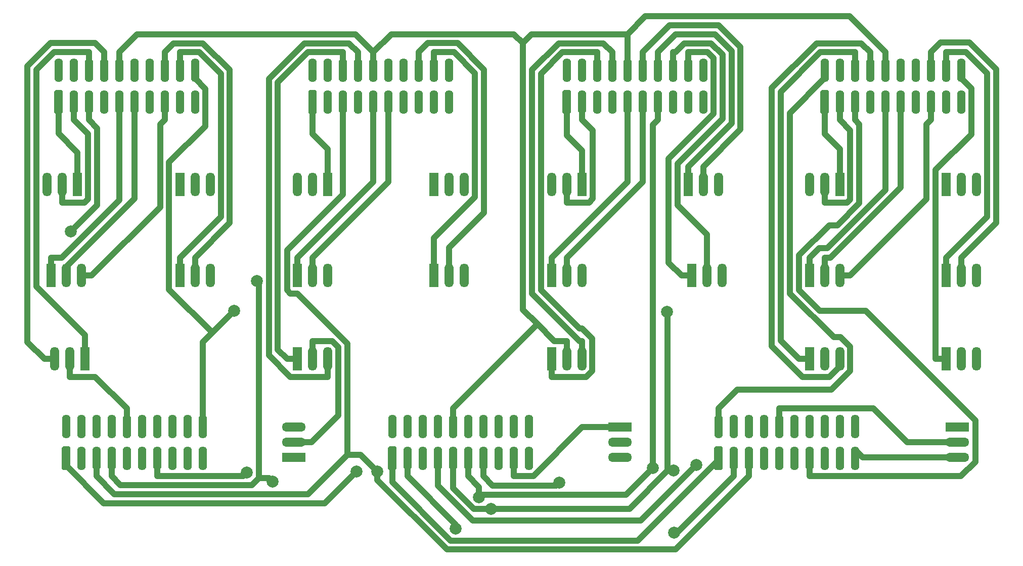
<source format=gbr>
%TF.GenerationSoftware,KiCad,Pcbnew,(5.1.9-0-10_14)*%
%TF.CreationDate,2021-05-08T09:43:59-07:00*%
%TF.ProjectId,io-board-mixed,696f2d62-6f61-4726-942d-6d697865642e,rev?*%
%TF.SameCoordinates,PX3072580PY791ddc0*%
%TF.FileFunction,Copper,L2,Bot*%
%TF.FilePolarity,Positive*%
%FSLAX46Y46*%
G04 Gerber Fmt 4.6, Leading zero omitted, Abs format (unit mm)*
G04 Created by KiCad (PCBNEW (5.1.9-0-10_14)) date 2021-05-08 09:43:59*
%MOMM*%
%LPD*%
G01*
G04 APERTURE LIST*
%TA.AperFunction,ComponentPad*%
%ADD10O,1.500000X4.000000*%
%TD*%
%TA.AperFunction,ComponentPad*%
%ADD11R,1.500000X4.000000*%
%TD*%
%TA.AperFunction,ComponentPad*%
%ADD12O,4.000000X1.500000*%
%TD*%
%TA.AperFunction,ComponentPad*%
%ADD13R,4.000000X1.500000*%
%TD*%
%TA.AperFunction,ComponentPad*%
%ADD14O,1.400000X4.000000*%
%TD*%
%TA.AperFunction,ViaPad*%
%ADD15C,2.000000*%
%TD*%
%TA.AperFunction,Conductor*%
%ADD16C,1.000000*%
%TD*%
G04 APERTURE END LIST*
D10*
%TO.P,J19,3*%
%TO.N,/CH_C_R_IN*%
X100965000Y43180000D03*
%TO.P,J19,2*%
%TO.N,GND*%
X98425000Y43180000D03*
D11*
%TO.P,J19,1*%
%TO.N,/CH_C_L_IN*%
X95885000Y43180000D03*
%TD*%
D12*
%TO.P,J17,3*%
%TO.N,/BUS_B_R_OUT*%
X163830000Y26670000D03*
%TO.P,J17,2*%
%TO.N,GND*%
X163830000Y29210000D03*
D13*
%TO.P,J17,1*%
%TO.N,/BUS_B_L_OUT*%
X163830000Y31750000D03*
%TD*%
D14*
%TO.P,J18,20*%
%TO.N,/-_15V*%
X146685000Y31880000D03*
%TO.P,J18,18*%
%TO.N,Net-(J18-Pad18)*%
X144145000Y31880000D03*
%TO.P,J18,16*%
%TO.N,Net-(J18-Pad16)*%
X141605000Y31880000D03*
%TO.P,J18,14*%
%TO.N,Net-(J18-Pad14)*%
X139065000Y31880000D03*
%TO.P,J18,12*%
%TO.N,Net-(J18-Pad12)*%
X136525000Y31880000D03*
%TO.P,J18,10*%
%TO.N,GND*%
X133985000Y31880000D03*
%TO.P,J18,8*%
%TO.N,Net-(J18-Pad8)*%
X131445000Y31880000D03*
%TO.P,J18,6*%
%TO.N,Net-(J18-Pad6)*%
X128905000Y31880000D03*
%TO.P,J18,4*%
%TO.N,Net-(J18-Pad4)*%
X126365000Y31880000D03*
%TO.P,J18,2*%
%TO.N,/+_15V*%
X123825000Y31880000D03*
%TO.P,J18,19*%
%TO.N,/BUS_B_R_OUT*%
X146685000Y26540000D03*
%TO.P,J18,17*%
%TO.N,/BUS_B_L_OUT*%
X144145000Y26540000D03*
%TO.P,J18,15*%
%TO.N,/CH_D_R_OUT*%
X141605000Y26540000D03*
%TO.P,J18,13*%
%TO.N,/CH_D_L_OUT*%
X139065000Y26540000D03*
%TO.P,J18,11*%
%TO.N,/CH_C_R_OUT*%
X136525000Y26540000D03*
%TO.P,J18,9*%
%TO.N,/CH_C_L_OUT*%
X133985000Y26540000D03*
%TO.P,J18,7*%
%TO.N,/CH_B_R_OUT*%
X131445000Y26540000D03*
%TO.P,J18,5*%
%TO.N,/CH_B_L_OUT*%
X128905000Y26540000D03*
%TO.P,J18,3*%
%TO.N,/CH_A_R_OUT*%
X126365000Y26540000D03*
%TO.P,J18,1*%
%TO.N,/CH_A_L_OUT*%
%TA.AperFunction,ComponentPad*%
G36*
G01*
X124319200Y24540000D02*
X123330800Y24540000D01*
G75*
G02*
X123125000Y24745800I0J205800D01*
G01*
X123125000Y28334200D01*
G75*
G02*
X123330800Y28540000I205800J0D01*
G01*
X124319200Y28540000D01*
G75*
G02*
X124525000Y28334200I0J-205800D01*
G01*
X124525000Y24745800D01*
G75*
G02*
X124319200Y24540000I-205800J0D01*
G01*
G37*
%TD.AperFunction*%
%TD*%
D10*
%TO.P,J15,3*%
%TO.N,/CH_B_R_LEVEL_TERM_B*%
X58420000Y57150000D03*
%TO.P,J15,2*%
%TO.N,/CH_B_R_LEVEL_WIPER*%
X55880000Y57150000D03*
D11*
%TO.P,J15,1*%
%TO.N,/CH_B_R_LEVEL_TERM_A*%
X53340000Y57150000D03*
%TD*%
D10*
%TO.P,J13,3*%
%TO.N,Net-(J13-Pad3)*%
X81280000Y57150000D03*
%TO.P,J13,2*%
%TO.N,/CH_B_R_GAIN_WIPER*%
X78740000Y57150000D03*
D11*
%TO.P,J13,1*%
%TO.N,/CH_B_R_GAIN_TERM_A*%
X76200000Y57150000D03*
%TD*%
D10*
%TO.P,J14,3*%
%TO.N,/CH_B_LEVEL_TERM_B*%
X53340000Y72390000D03*
%TO.P,J14,2*%
%TO.N,/CH_B_L_LEVEL_WIPER*%
X55880000Y72390000D03*
D11*
%TO.P,J14,1*%
%TO.N,/CH_B_L_LEVEL_TERM_A*%
X58420000Y72390000D03*
%TD*%
D10*
%TO.P,J12,3*%
%TO.N,Net-(J12-Pad3)*%
X81280000Y72390000D03*
%TO.P,J12,2*%
%TO.N,/CH_B_L_GAIN_WIPER*%
X78740000Y72390000D03*
D11*
%TO.P,J12,1*%
%TO.N,/CH_B_L_GAIN_TERM_A*%
X76200000Y72390000D03*
%TD*%
D10*
%TO.P,J11,3*%
%TO.N,/CH_B_R_IN*%
X58420000Y43180000D03*
%TO.P,J11,2*%
%TO.N,GND*%
X55880000Y43180000D03*
D11*
%TO.P,J11,1*%
%TO.N,/CH_B_L_IN*%
X53340000Y43180000D03*
%TD*%
D12*
%TO.P,J9,3*%
%TO.N,/BUS_A_R_OUT*%
X107315000Y26670000D03*
%TO.P,J9,2*%
%TO.N,GND*%
X107315000Y29210000D03*
D13*
%TO.P,J9,1*%
%TO.N,/BUS_A_L_OUT*%
X107315000Y31750000D03*
%TD*%
D14*
%TO.P,J10,20*%
%TO.N,/-_15V*%
X92075000Y31880000D03*
%TO.P,J10,18*%
%TO.N,Net-(J10-Pad18)*%
X89535000Y31880000D03*
%TO.P,J10,16*%
%TO.N,Net-(J10-Pad16)*%
X86995000Y31880000D03*
%TO.P,J10,14*%
%TO.N,Net-(J10-Pad14)*%
X84455000Y31880000D03*
%TO.P,J10,12*%
%TO.N,Net-(J10-Pad12)*%
X81915000Y31880000D03*
%TO.P,J10,10*%
%TO.N,GND*%
X79375000Y31880000D03*
%TO.P,J10,8*%
%TO.N,Net-(J10-Pad8)*%
X76835000Y31880000D03*
%TO.P,J10,6*%
%TO.N,Net-(J10-Pad6)*%
X74295000Y31880000D03*
%TO.P,J10,4*%
%TO.N,Net-(J10-Pad4)*%
X71755000Y31880000D03*
%TO.P,J10,2*%
%TO.N,/+_15V*%
X69215000Y31880000D03*
%TO.P,J10,19*%
%TO.N,/BUS_A_R_OUT*%
X92075000Y26540000D03*
%TO.P,J10,17*%
%TO.N,/BUS_A_L_OUT*%
X89535000Y26540000D03*
%TO.P,J10,15*%
%TO.N,/CH_D_R_OUT*%
X86995000Y26540000D03*
%TO.P,J10,13*%
%TO.N,/CH_D_L_OUT*%
X84455000Y26540000D03*
%TO.P,J10,11*%
%TO.N,/CH_C_R_OUT*%
X81915000Y26540000D03*
%TO.P,J10,9*%
%TO.N,/CH_C_L_OUT*%
X79375000Y26540000D03*
%TO.P,J10,7*%
%TO.N,/CH_B_R_OUT*%
X76835000Y26540000D03*
%TO.P,J10,5*%
%TO.N,/CH_B_L_OUT*%
X74295000Y26540000D03*
%TO.P,J10,3*%
%TO.N,/CH_A_R_OUT*%
X71755000Y26540000D03*
%TO.P,J10,1*%
%TO.N,/CH_A_L_OUT*%
%TA.AperFunction,ComponentPad*%
G36*
G01*
X69709200Y24540000D02*
X68720800Y24540000D01*
G75*
G02*
X68515000Y24745800I0J205800D01*
G01*
X68515000Y28334200D01*
G75*
G02*
X68720800Y28540000I205800J0D01*
G01*
X69709200Y28540000D01*
G75*
G02*
X69915000Y28334200I0J-205800D01*
G01*
X69915000Y24745800D01*
G75*
G02*
X69709200Y24540000I-205800J0D01*
G01*
G37*
%TD.AperFunction*%
%TD*%
D10*
%TO.P,J7,3*%
%TO.N,/CH_A_R_LEVEL_TERM_B*%
X17145000Y57150000D03*
%TO.P,J7,2*%
%TO.N,/CH_A_R_LEVEL_WIPER*%
X14605000Y57150000D03*
D11*
%TO.P,J7,1*%
%TO.N,/CH_A_R_LEVEL_TERM_A*%
X12065000Y57150000D03*
%TD*%
D10*
%TO.P,J6,3*%
%TO.N,/CH_A_LEVEL_TERM_B*%
X11430000Y72390000D03*
%TO.P,J6,2*%
%TO.N,/CH_A_L_LEVEL_WIPER*%
X13970000Y72390000D03*
D11*
%TO.P,J6,1*%
%TO.N,/CH_A_L_LEVEL_TERM_A*%
X16510000Y72390000D03*
%TD*%
D10*
%TO.P,J5,3*%
%TO.N,Net-(J5-Pad3)*%
X38735000Y57150000D03*
%TO.P,J5,2*%
%TO.N,/CH_A_R_GAIN_WIPER*%
X36195000Y57150000D03*
D11*
%TO.P,J5,1*%
%TO.N,/CH_A_R_GAIN_TERM_A*%
X33655000Y57150000D03*
%TD*%
D10*
%TO.P,J4,3*%
%TO.N,Net-(J4-Pad3)*%
X38735000Y72390000D03*
%TO.P,J4,2*%
%TO.N,/CH_A_L_GAIN_WIPER*%
X36195000Y72390000D03*
D11*
%TO.P,J4,1*%
%TO.N,/CH_A_L_GAIN_TERM_A*%
X33655000Y72390000D03*
%TD*%
D10*
%TO.P,J3,3*%
%TO.N,/CH_A_R_IN*%
X12700000Y43180000D03*
%TO.P,J3,2*%
%TO.N,GND*%
X15240000Y43180000D03*
D11*
%TO.P,J3,1*%
%TO.N,/CH_A_L_IN*%
X17780000Y43180000D03*
%TD*%
D14*
%TO.P,J2,20*%
%TO.N,/-_15V*%
X37465000Y31880000D03*
%TO.P,J2,18*%
%TO.N,Net-(J2-Pad18)*%
X34925000Y31880000D03*
%TO.P,J2,16*%
%TO.N,Net-(J2-Pad16)*%
X32385000Y31880000D03*
%TO.P,J2,14*%
%TO.N,Net-(J2-Pad14)*%
X29845000Y31880000D03*
%TO.P,J2,12*%
%TO.N,Net-(J2-Pad12)*%
X27305000Y31880000D03*
%TO.P,J2,10*%
%TO.N,GND*%
X24765000Y31880000D03*
%TO.P,J2,8*%
%TO.N,Net-(J2-Pad8)*%
X22225000Y31880000D03*
%TO.P,J2,6*%
%TO.N,Net-(J2-Pad6)*%
X19685000Y31880000D03*
%TO.P,J2,4*%
%TO.N,Net-(J2-Pad4)*%
X17145000Y31880000D03*
%TO.P,J2,2*%
%TO.N,/+_15V*%
X14605000Y31880000D03*
%TO.P,J2,19*%
%TO.N,/ST_R_OUT*%
X37465000Y26540000D03*
%TO.P,J2,17*%
%TO.N,/ST_L_OUT*%
X34925000Y26540000D03*
%TO.P,J2,15*%
%TO.N,/CH_D_R_OUT*%
X32385000Y26540000D03*
%TO.P,J2,13*%
%TO.N,/CH_D_L_OUT*%
X29845000Y26540000D03*
%TO.P,J2,11*%
%TO.N,/CH_C_R_OUT*%
X27305000Y26540000D03*
%TO.P,J2,9*%
%TO.N,/CH_C_L_OUT*%
X24765000Y26540000D03*
%TO.P,J2,7*%
%TO.N,/CH_B_R_OUT*%
X22225000Y26540000D03*
%TO.P,J2,5*%
%TO.N,/CH_B_L_OUT*%
X19685000Y26540000D03*
%TO.P,J2,3*%
%TO.N,/CH_A_R_OUT*%
X17145000Y26540000D03*
%TO.P,J2,1*%
%TO.N,/CH_A_L_OUT*%
%TA.AperFunction,ComponentPad*%
G36*
G01*
X15099200Y24540000D02*
X14110800Y24540000D01*
G75*
G02*
X13905000Y24745800I0J205800D01*
G01*
X13905000Y28334200D01*
G75*
G02*
X14110800Y28540000I205800J0D01*
G01*
X15099200Y28540000D01*
G75*
G02*
X15305000Y28334200I0J-205800D01*
G01*
X15305000Y24745800D01*
G75*
G02*
X15099200Y24540000I-205800J0D01*
G01*
G37*
%TD.AperFunction*%
%TD*%
%TO.P,J16,20*%
%TO.N,/-_15V*%
X78740000Y91570000D03*
%TO.P,J16,18*%
%TO.N,/CH_B_R_GAIN_TERM_A*%
X76200000Y91570000D03*
%TO.P,J16,16*%
%TO.N,/CH_B_R_GAIN_WIPER*%
X73660000Y91570000D03*
%TO.P,J16,14*%
%TO.N,/CH_B_L_GAIN_TERM_A*%
X71120000Y91570000D03*
%TO.P,J16,12*%
%TO.N,/CH_B_L_GAIN_WIPER*%
X68580000Y91570000D03*
%TO.P,J16,10*%
%TO.N,GND*%
X66040000Y91570000D03*
%TO.P,J16,8*%
%TO.N,/CH_B_R_IN*%
X63500000Y91570000D03*
%TO.P,J16,6*%
%TO.N,/CH_B_L_IN*%
X60960000Y91570000D03*
%TO.P,J16,4*%
%TO.N,Net-(J16-Pad4)*%
X58420000Y91570000D03*
%TO.P,J16,2*%
%TO.N,/+_15V*%
X55880000Y91570000D03*
%TO.P,J16,19*%
%TO.N,Net-(J16-Pad19)*%
X78740000Y86230000D03*
%TO.P,J16,17*%
%TO.N,Net-(J16-Pad17)*%
X76200000Y86230000D03*
%TO.P,J16,15*%
%TO.N,/CH_B_R_LEVEL_TERM_B*%
X73660000Y86230000D03*
%TO.P,J16,13*%
%TO.N,/CH_B_R_OUT*%
X71120000Y86230000D03*
%TO.P,J16,11*%
%TO.N,/CH_B_R_LEVEL_WIPER*%
X68580000Y86230000D03*
%TO.P,J16,9*%
%TO.N,/CH_B_R_LEVEL_TERM_A*%
X66040000Y86230000D03*
%TO.P,J16,7*%
%TO.N,/CH_B_LEVEL_TERM_B*%
X63500000Y86230000D03*
%TO.P,J16,5*%
%TO.N,/CH_B_L_OUT*%
X60960000Y86230000D03*
%TO.P,J16,3*%
%TO.N,/CH_B_L_LEVEL_WIPER*%
X58420000Y86230000D03*
%TO.P,J16,1*%
%TO.N,/CH_B_L_LEVEL_TERM_A*%
%TA.AperFunction,ComponentPad*%
G36*
G01*
X56374200Y84230000D02*
X55385800Y84230000D01*
G75*
G02*
X55180000Y84435800I0J205800D01*
G01*
X55180000Y88024200D01*
G75*
G02*
X55385800Y88230000I205800J0D01*
G01*
X56374200Y88230000D01*
G75*
G02*
X56580000Y88024200I0J-205800D01*
G01*
X56580000Y84435800D01*
G75*
G02*
X56374200Y84230000I-205800J0D01*
G01*
G37*
%TD.AperFunction*%
%TD*%
%TO.P,Jr,20*%
%TO.N,/-_15V*%
X36195000Y91570000D03*
%TO.P,Jr,18*%
%TO.N,/CH_A_R_GAIN_TERM_A*%
X33655000Y91570000D03*
%TO.P,Jr,16*%
%TO.N,/CH_A_R_GAIN_WIPER*%
X31115000Y91570000D03*
%TO.P,Jr,14*%
%TO.N,/CH_A_L_GAIN_TERM_A*%
X28575000Y91570000D03*
%TO.P,Jr,12*%
%TO.N,/CH_A_L_GAIN_WIPER*%
X26035000Y91570000D03*
%TO.P,Jr,10*%
%TO.N,GND*%
X23495000Y91570000D03*
%TO.P,Jr,8*%
%TO.N,/CH_A_R_IN*%
X20955000Y91570000D03*
%TO.P,Jr,6*%
%TO.N,/CH_A_L_IN*%
X18415000Y91570000D03*
%TO.P,Jr,4*%
%TO.N,Net-(J8-Pad4)*%
X15875000Y91570000D03*
%TO.P,Jr,2*%
%TO.N,/+_15V*%
X13335000Y91570000D03*
%TO.P,Jr,19*%
%TO.N,Net-(J8-Pad19)*%
X36195000Y86230000D03*
%TO.P,Jr,17*%
%TO.N,Net-(J8-Pad17)*%
X33655000Y86230000D03*
%TO.P,Jr,15*%
%TO.N,/CH_A_R_LEVEL_TERM_B*%
X31115000Y86230000D03*
%TO.P,Jr,13*%
%TO.N,/CH_A_R_OUT*%
X28575000Y86230000D03*
%TO.P,Jr,11*%
%TO.N,/CH_A_R_LEVEL_WIPER*%
X26035000Y86230000D03*
%TO.P,Jr,9*%
%TO.N,/CH_A_R_LEVEL_TERM_A*%
X23495000Y86230000D03*
%TO.P,Jr,7*%
%TO.N,/CH_A_LEVEL_TERM_B*%
X20955000Y86230000D03*
%TO.P,Jr,5*%
%TO.N,/CH_A_L_OUT*%
X18415000Y86230000D03*
%TO.P,Jr,3*%
%TO.N,/CH_A_L_LEVEL_WIPER*%
X15875000Y86230000D03*
%TO.P,Jr,1*%
%TO.N,/CH_A_L_LEVEL_TERM_A*%
%TA.AperFunction,ComponentPad*%
G36*
G01*
X13829200Y84230000D02*
X12840800Y84230000D01*
G75*
G02*
X12635000Y84435800I0J205800D01*
G01*
X12635000Y88024200D01*
G75*
G02*
X12840800Y88230000I205800J0D01*
G01*
X13829200Y88230000D01*
G75*
G02*
X14035000Y88024200I0J-205800D01*
G01*
X14035000Y84435800D01*
G75*
G02*
X13829200Y84230000I-205800J0D01*
G01*
G37*
%TD.AperFunction*%
%TD*%
D12*
%TO.P,J1,3*%
%TO.N,/ST_R_OUT*%
X52705000Y31750000D03*
%TO.P,J1,2*%
%TO.N,GND*%
X52705000Y29210000D03*
D13*
%TO.P,J1,1*%
%TO.N,/ST_L_OUT*%
X52705000Y26670000D03*
%TD*%
D10*
%TO.P,J20,3*%
%TO.N,Net-(J20-Pad3)*%
X123825000Y72390000D03*
%TO.P,J20,2*%
%TO.N,/CH_C_L_GAIN_WIPER*%
X121285000Y72390000D03*
D11*
%TO.P,J20,1*%
%TO.N,/CH_C_L_GAIN_TERM_A*%
X118745000Y72390000D03*
%TD*%
D10*
%TO.P,J21,3*%
%TO.N,Net-(J21-Pad3)*%
X124460000Y57150000D03*
%TO.P,J21,2*%
%TO.N,/CH_C_R_GAIN_WIPER*%
X121920000Y57150000D03*
D11*
%TO.P,J21,1*%
%TO.N,/CH_C_R_GAIN_TERM_A*%
X119380000Y57150000D03*
%TD*%
D10*
%TO.P,J22,3*%
%TO.N,/CH_C_LEVEL_TERM_B*%
X95885000Y72390000D03*
%TO.P,J22,2*%
%TO.N,/CH_C_L_LEVEL_WIPER*%
X98425000Y72390000D03*
D11*
%TO.P,J22,1*%
%TO.N,/CH_C_L_LEVEL_TERM_A*%
X100965000Y72390000D03*
%TD*%
D10*
%TO.P,J23,3*%
%TO.N,/CH_C_R_LEVEL_TERM_B*%
X100965000Y57150000D03*
%TO.P,J23,2*%
%TO.N,/CH_C_R_LEVEL_WIPER*%
X98425000Y57150000D03*
D11*
%TO.P,J23,1*%
%TO.N,/CH_C_R_LEVEL_TERM_A*%
X95885000Y57150000D03*
%TD*%
D14*
%TO.P,J24,20*%
%TO.N,/-_15V*%
X121285000Y91570000D03*
%TO.P,J24,18*%
%TO.N,/CH_C_R_GAIN_TERM_A*%
X118745000Y91570000D03*
%TO.P,J24,16*%
%TO.N,/CH_C_R_GAIN_WIPER*%
X116205000Y91570000D03*
%TO.P,J24,14*%
%TO.N,/CH_C_L_GAIN_TERM_A*%
X113665000Y91570000D03*
%TO.P,J24,12*%
%TO.N,/CH_C_L_GAIN_WIPER*%
X111125000Y91570000D03*
%TO.P,J24,10*%
%TO.N,GND*%
X108585000Y91570000D03*
%TO.P,J24,8*%
%TO.N,/CH_C_R_IN*%
X106045000Y91570000D03*
%TO.P,J24,6*%
%TO.N,/CH_C_L_IN*%
X103505000Y91570000D03*
%TO.P,J24,4*%
%TO.N,Net-(J24-Pad4)*%
X100965000Y91570000D03*
%TO.P,J24,2*%
%TO.N,/+_15V*%
X98425000Y91570000D03*
%TO.P,J24,19*%
%TO.N,Net-(J24-Pad19)*%
X121285000Y86230000D03*
%TO.P,J24,17*%
%TO.N,Net-(J24-Pad17)*%
X118745000Y86230000D03*
%TO.P,J24,15*%
%TO.N,/CH_C_R_LEVEL_TERM_B*%
X116205000Y86230000D03*
%TO.P,J24,13*%
%TO.N,/CH_C_R_OUT*%
X113665000Y86230000D03*
%TO.P,J24,11*%
%TO.N,/CH_C_R_LEVEL_WIPER*%
X111125000Y86230000D03*
%TO.P,J24,9*%
%TO.N,/CH_C_R_LEVEL_TERM_A*%
X108585000Y86230000D03*
%TO.P,J24,7*%
%TO.N,/CH_C_LEVEL_TERM_B*%
X106045000Y86230000D03*
%TO.P,J24,5*%
%TO.N,/CH_C_L_OUT*%
X103505000Y86230000D03*
%TO.P,J24,3*%
%TO.N,/CH_C_L_LEVEL_WIPER*%
X100965000Y86230000D03*
%TO.P,J24,1*%
%TO.N,/CH_C_L_LEVEL_TERM_A*%
%TA.AperFunction,ComponentPad*%
G36*
G01*
X98919200Y84230000D02*
X97930800Y84230000D01*
G75*
G02*
X97725000Y84435800I0J205800D01*
G01*
X97725000Y88024200D01*
G75*
G02*
X97930800Y88230000I205800J0D01*
G01*
X98919200Y88230000D01*
G75*
G02*
X99125000Y88024200I0J-205800D01*
G01*
X99125000Y84435800D01*
G75*
G02*
X98919200Y84230000I-205800J0D01*
G01*
G37*
%TD.AperFunction*%
%TD*%
D10*
%TO.P,J25,3*%
%TO.N,/CH_D_R_IN*%
X144145000Y43180000D03*
%TO.P,J25,2*%
%TO.N,GND*%
X141605000Y43180000D03*
D11*
%TO.P,J25,1*%
%TO.N,/CH_D_L_IN*%
X139065000Y43180000D03*
%TD*%
D10*
%TO.P,J26,3*%
%TO.N,Net-(J26-Pad3)*%
X167005000Y72390000D03*
%TO.P,J26,2*%
%TO.N,/CH_D_L_GAIN_WIPER*%
X164465000Y72390000D03*
D11*
%TO.P,J26,1*%
%TO.N,/CH_D_L_GAIN_TERM_A*%
X161925000Y72390000D03*
%TD*%
D10*
%TO.P,J27,3*%
%TO.N,Net-(J27-Pad3)*%
X167005000Y57150000D03*
%TO.P,J27,2*%
%TO.N,/CH_D_R_GAIN_WIPER*%
X164465000Y57150000D03*
D11*
%TO.P,J27,1*%
%TO.N,/CH_D_R_GAIN_TERM_A*%
X161925000Y57150000D03*
%TD*%
D10*
%TO.P,J28,3*%
%TO.N,/CH_D_LEVEL_TERM_B*%
X139065000Y72390000D03*
%TO.P,J28,2*%
%TO.N,/CH_D_L_LEVEL_WIPER*%
X141605000Y72390000D03*
D11*
%TO.P,J28,1*%
%TO.N,/CH_D_L_LEVEL_TERM_A*%
X144145000Y72390000D03*
%TD*%
D10*
%TO.P,J29,3*%
%TO.N,/CH_D_R_LEVEL_TERM_B*%
X144145000Y57150000D03*
%TO.P,J29,2*%
%TO.N,/CH_D_R_LEVEL_WIPER*%
X141605000Y57150000D03*
D11*
%TO.P,J29,1*%
%TO.N,/CH_D_R_LEVEL_TERM_A*%
X139065000Y57150000D03*
%TD*%
D14*
%TO.P,J30,20*%
%TO.N,/-_15V*%
X164465000Y91570000D03*
%TO.P,J30,18*%
%TO.N,/CH_D_R_GAIN_TERM_A*%
X161925000Y91570000D03*
%TO.P,J30,16*%
%TO.N,/CH_D_R_GAIN_WIPER*%
X159385000Y91570000D03*
%TO.P,J30,14*%
%TO.N,/CH_D_L_GAIN_TERM_A*%
X156845000Y91570000D03*
%TO.P,J30,12*%
%TO.N,/CH_D_L_GAIN_WIPER*%
X154305000Y91570000D03*
%TO.P,J30,10*%
%TO.N,GND*%
X151765000Y91570000D03*
%TO.P,J30,8*%
%TO.N,/CH_D_R_IN*%
X149225000Y91570000D03*
%TO.P,J30,6*%
%TO.N,/CH_D_L_IN*%
X146685000Y91570000D03*
%TO.P,J30,4*%
%TO.N,Net-(J30-Pad4)*%
X144145000Y91570000D03*
%TO.P,J30,2*%
%TO.N,/+_15V*%
X141605000Y91570000D03*
%TO.P,J30,19*%
%TO.N,Net-(J30-Pad19)*%
X164465000Y86230000D03*
%TO.P,J30,17*%
%TO.N,Net-(J30-Pad17)*%
X161925000Y86230000D03*
%TO.P,J30,15*%
%TO.N,/CH_D_R_LEVEL_TERM_B*%
X159385000Y86230000D03*
%TO.P,J30,13*%
%TO.N,/CH_D_R_OUT*%
X156845000Y86230000D03*
%TO.P,J30,11*%
%TO.N,/CH_D_R_LEVEL_WIPER*%
X154305000Y86230000D03*
%TO.P,J30,9*%
%TO.N,/CH_D_R_LEVEL_TERM_A*%
X151765000Y86230000D03*
%TO.P,J30,7*%
%TO.N,/CH_D_LEVEL_TERM_B*%
X149225000Y86230000D03*
%TO.P,J30,5*%
%TO.N,/CH_D_L_OUT*%
X146685000Y86230000D03*
%TO.P,J30,3*%
%TO.N,/CH_D_L_LEVEL_WIPER*%
X144145000Y86230000D03*
%TO.P,J30,1*%
%TO.N,/CH_D_L_LEVEL_TERM_A*%
%TA.AperFunction,ComponentPad*%
G36*
G01*
X142099200Y84230000D02*
X141110800Y84230000D01*
G75*
G02*
X140905000Y84435800I0J205800D01*
G01*
X140905000Y88024200D01*
G75*
G02*
X141110800Y88230000I205800J0D01*
G01*
X142099200Y88230000D01*
G75*
G02*
X142305000Y88024200I0J-205800D01*
G01*
X142305000Y84435800D01*
G75*
G02*
X142099200Y84230000I-205800J0D01*
G01*
G37*
%TD.AperFunction*%
%TD*%
D10*
%TO.P,J31,3*%
%TO.N,/+_15V*%
X167005000Y43180000D03*
%TO.P,J31,2*%
%TO.N,GND*%
X164465000Y43180000D03*
D11*
%TO.P,J31,1*%
%TO.N,/-_15V*%
X161925000Y43180000D03*
%TD*%
D15*
%TO.N,/CH_A_L_OUT*%
X63227200Y24302700D03*
X15385000Y64530500D03*
%TO.N,/CH_B_L_OUT*%
X66726300Y24364600D03*
%TO.N,/CH_C_L_OUT*%
X116318300Y24460100D03*
X115208000Y51038600D03*
X85762400Y18091300D03*
%TO.N,/CH_D_L_OUT*%
X97142200Y22471300D03*
X44828600Y24115900D03*
%TO.N,/-_15V*%
X42704900Y51216900D03*
%TO.N,/CH_A_R_OUT*%
X116429500Y14090300D03*
X79853400Y14774800D03*
%TO.N,/CH_B_R_OUT*%
X46518900Y56282400D03*
X49179900Y22641900D03*
X120103400Y25406000D03*
%TO.N,/CH_C_R_OUT*%
X112853000Y24958000D03*
X83677000Y20039000D03*
%TD*%
D16*
%TO.N,GND*%
X24765000Y30480000D02*
X24765000Y34880300D01*
X15240000Y43180000D02*
X15240000Y40179700D01*
X15240000Y40179700D02*
X19465600Y40179700D01*
X19465600Y40179700D02*
X24765000Y34880300D01*
X91045400Y96082400D02*
X89545100Y97582700D01*
X89545100Y97582700D02*
X69052400Y97582700D01*
X69052400Y97582700D02*
X66040000Y94570300D01*
X91045400Y96082400D02*
X91045400Y51459700D01*
X91045400Y51459700D02*
X93499900Y49005200D01*
X108585000Y97594400D02*
X92557400Y97594400D01*
X92557400Y97594400D02*
X91045400Y96082400D01*
X23495000Y94570300D02*
X26496700Y97572000D01*
X26496700Y97572000D02*
X63038300Y97572000D01*
X63038300Y97572000D02*
X66040000Y94570300D01*
X23495000Y90170000D02*
X23495000Y94570300D01*
X66040000Y90170000D02*
X66040000Y94570300D01*
X151765000Y94570300D02*
X145763800Y100571500D01*
X145763800Y100571500D02*
X111562100Y100571500D01*
X111562100Y100571500D02*
X108585000Y97594400D01*
X93499900Y49005200D02*
X96324800Y46180300D01*
X96324800Y46180300D02*
X98425000Y46180300D01*
X79375000Y34880300D02*
X93499900Y49005200D01*
X108585000Y97594400D02*
X108585000Y94570300D01*
X52705000Y29210000D02*
X55705300Y29210000D01*
X55880000Y43180000D02*
X55880000Y46180300D01*
X55880000Y46180300D02*
X59158600Y46180300D01*
X59158600Y46180300D02*
X60184600Y45154300D01*
X60184600Y45154300D02*
X60184600Y33689300D01*
X60184600Y33689300D02*
X55705300Y29210000D01*
X108585000Y90170000D02*
X108585000Y94570300D01*
X151765000Y90170000D02*
X151765000Y94570300D01*
X133985000Y30480000D02*
X133985000Y34880300D01*
X133985000Y34880300D02*
X149726800Y34880300D01*
X149726800Y34880300D02*
X155397100Y29210000D01*
X155397100Y29210000D02*
X163830000Y29210000D01*
X79375000Y30480000D02*
X79375000Y34880300D01*
X98425000Y43180000D02*
X98425000Y46180300D01*
%TO.N,/CH_A_L_OUT*%
X69215000Y27940000D02*
X69215000Y22552000D01*
X69215000Y22552000D02*
X79005600Y12761400D01*
X79005600Y12761400D02*
X110287900Y12761400D01*
X110287900Y12761400D02*
X123825000Y26298500D01*
X123825000Y26298500D02*
X123825000Y27940000D01*
X14605000Y27940000D02*
X14605000Y25301200D01*
X14605000Y25301200D02*
X20897300Y19008900D01*
X20897300Y19008900D02*
X57933400Y19008900D01*
X57933400Y19008900D02*
X63227200Y24302700D01*
X18415000Y87630000D02*
X18415000Y83229700D01*
X18415000Y83229700D02*
X19790000Y81854700D01*
X19790000Y81854700D02*
X19790000Y68935500D01*
X19790000Y68935500D02*
X15385000Y64530500D01*
%TO.N,/CH_B_L_OUT*%
X66726300Y24364600D02*
X66726300Y22910100D01*
X66726300Y22910100D02*
X78386100Y11250300D01*
X78386100Y11250300D02*
X116615600Y11250300D01*
X116615600Y11250300D02*
X128905000Y23539700D01*
X61716200Y27153200D02*
X63937700Y27153200D01*
X63937700Y27153200D02*
X66726300Y24364600D01*
X128905000Y27940000D02*
X128905000Y23539700D01*
X61716200Y27153200D02*
X61716200Y45754400D01*
X61716200Y45754400D02*
X53320900Y54149700D01*
X53320900Y54149700D02*
X52175700Y54149700D01*
X52175700Y54149700D02*
X51589700Y54735700D01*
X51589700Y54735700D02*
X51589700Y61387900D01*
X51589700Y61387900D02*
X60960000Y70758200D01*
X60960000Y70758200D02*
X60960000Y87630000D01*
X19685000Y23539700D02*
X22685600Y20539100D01*
X22685600Y20539100D02*
X55102100Y20539100D01*
X55102100Y20539100D02*
X61716200Y27153200D01*
X19685000Y27940000D02*
X19685000Y23539700D01*
%TO.N,/CH_C_L_OUT*%
X85762400Y18091300D02*
X108915300Y18091300D01*
X108915300Y18091300D02*
X115297300Y24473300D01*
X115297300Y24473300D02*
X115297300Y50949300D01*
X115297300Y50949300D02*
X115208000Y51038600D01*
X115297300Y24473300D02*
X116305100Y24473300D01*
X116305100Y24473300D02*
X116318300Y24460100D01*
X79375000Y23539700D02*
X79375000Y21512200D01*
X79375000Y21512200D02*
X82848500Y18038700D01*
X82848500Y18038700D02*
X85709800Y18038700D01*
X85709800Y18038700D02*
X85762400Y18091300D01*
X79375000Y27940000D02*
X79375000Y23539700D01*
%TO.N,/CH_D_L_OUT*%
X97142200Y22471300D02*
X96664600Y21993700D01*
X96664600Y21993700D02*
X86001000Y21993700D01*
X86001000Y21993700D02*
X84455000Y23539700D01*
X84455000Y27940000D02*
X84455000Y23539700D01*
X146685000Y83229700D02*
X147395800Y82518900D01*
X147395800Y82518900D02*
X147395800Y69258100D01*
X147395800Y69258100D02*
X143722700Y65585000D01*
X143722700Y65585000D02*
X142369600Y65585000D01*
X142369600Y65585000D02*
X137314600Y60530000D01*
X137314600Y60530000D02*
X137314600Y54735800D01*
X137314600Y54735800D02*
X140801700Y51248700D01*
X140801700Y51248700D02*
X148497200Y51248700D01*
X148497200Y51248700D02*
X166845900Y32900000D01*
X166845900Y32900000D02*
X166845900Y25957200D01*
X166845900Y25957200D02*
X164428400Y23539700D01*
X164428400Y23539700D02*
X139065000Y23539700D01*
X139065000Y27940000D02*
X139065000Y23539700D01*
X146685000Y87630000D02*
X146685000Y83229700D01*
X29845000Y23539700D02*
X44252400Y23539700D01*
X44252400Y23539700D02*
X44828600Y24115900D01*
X29845000Y27940000D02*
X29845000Y23539700D01*
%TO.N,/-_15V*%
X161925000Y43180000D02*
X160174700Y43180000D01*
X164465000Y90170000D02*
X166165400Y88469600D01*
X166165400Y88469600D02*
X166165400Y80827100D01*
X166165400Y80827100D02*
X160174700Y74836400D01*
X160174700Y74836400D02*
X160174700Y43180000D01*
X42704900Y51216900D02*
X39061600Y47573600D01*
X39061600Y47573600D02*
X37465000Y45977000D01*
X37465000Y45977000D02*
X37465000Y30480000D01*
X36195000Y90170000D02*
X37934000Y88431000D01*
X37934000Y88431000D02*
X37934000Y82186100D01*
X37934000Y82186100D02*
X31845900Y76098000D01*
X31845900Y76098000D02*
X31845900Y54789200D01*
X31845900Y54789200D02*
X39061600Y47573600D01*
%TO.N,/CH_A_R_OUT*%
X116429500Y14090300D02*
X116915600Y14090300D01*
X116915600Y14090300D02*
X126365000Y23539700D01*
X126365000Y27940000D02*
X126365000Y23539700D01*
X71755000Y23539700D02*
X79853400Y15441300D01*
X79853400Y15441300D02*
X79853400Y14774800D01*
X71755000Y27940000D02*
X71755000Y23539700D01*
%TO.N,/CH_B_R_OUT*%
X46870400Y23239300D02*
X46870400Y55930900D01*
X46870400Y55930900D02*
X46518900Y56282400D01*
X76835000Y27940000D02*
X76835000Y21930500D01*
X76835000Y21930500D02*
X82684700Y16080800D01*
X82684700Y16080800D02*
X110778200Y16080800D01*
X110778200Y16080800D02*
X120103400Y25406000D01*
X46870400Y23239300D02*
X48582500Y23239300D01*
X48582500Y23239300D02*
X49179900Y22641900D01*
X22225000Y23539700D02*
X23725300Y22039400D01*
X23725300Y22039400D02*
X45670500Y22039400D01*
X45670500Y22039400D02*
X46870400Y23239300D01*
X22225000Y27940000D02*
X22225000Y23539700D01*
%TO.N,/CH_C_R_OUT*%
X83742300Y20471000D02*
X83742300Y20104300D01*
X83742300Y20104300D02*
X83677000Y20039000D01*
X81915000Y23539700D02*
X83742300Y21712400D01*
X83742300Y21712400D02*
X83742300Y20471000D01*
X83742300Y20471000D02*
X108366000Y20471000D01*
X108366000Y20471000D02*
X112853000Y24958000D01*
X112853000Y24958000D02*
X112853000Y82417700D01*
X112853000Y82417700D02*
X113665000Y83229700D01*
X113665000Y87630000D02*
X113665000Y83229700D01*
X81915000Y27940000D02*
X81915000Y23539700D01*
%TO.N,/+_15V*%
X123825000Y34880300D02*
X126970500Y38025800D01*
X126970500Y38025800D02*
X142760600Y38025800D01*
X142760600Y38025800D02*
X145899100Y41164300D01*
X145899100Y41164300D02*
X145899100Y45196800D01*
X145899100Y45196800D02*
X144285900Y46810000D01*
X144285900Y46810000D02*
X143112400Y46810000D01*
X143112400Y46810000D02*
X135765500Y54156900D01*
X135765500Y54156900D02*
X135765500Y84384800D01*
X135765500Y84384800D02*
X141550700Y90170000D01*
X141550700Y90170000D02*
X141605000Y90170000D01*
X123825000Y30480000D02*
X123825000Y34880300D01*
%TO.N,/CH_A_R_IN*%
X20955000Y94570300D02*
X19436500Y96088800D01*
X19436500Y96088800D02*
X11976400Y96088800D01*
X11976400Y96088800D02*
X8119200Y92231600D01*
X8119200Y92231600D02*
X8119200Y46010500D01*
X8119200Y46010500D02*
X10949700Y43180000D01*
X12700000Y43180000D02*
X10949700Y43180000D01*
X20955000Y90170000D02*
X20955000Y94570300D01*
%TO.N,/CH_A_L_IN*%
X18415000Y90170000D02*
X18415000Y94570300D01*
X18415000Y94570300D02*
X12612700Y94570300D01*
X12612700Y94570300D02*
X9650800Y91608400D01*
X9650800Y91608400D02*
X9650800Y55332900D01*
X9650800Y55332900D02*
X17780000Y47203700D01*
X17780000Y47203700D02*
X17780000Y43180000D01*
%TO.N,/CH_A_R_GAIN_WIPER*%
X36195000Y57150000D02*
X36195000Y60150300D01*
X31115000Y90170000D02*
X31115000Y94570300D01*
X31115000Y94570300D02*
X32616300Y96071600D01*
X32616300Y96071600D02*
X37527900Y96071600D01*
X37527900Y96071600D02*
X41999200Y91600300D01*
X41999200Y91600300D02*
X41999200Y65954500D01*
X41999200Y65954500D02*
X36195000Y60150300D01*
%TO.N,/CH_A_R_GAIN_TERM_A*%
X33655000Y94570300D02*
X36907300Y94570300D01*
X36907300Y94570300D02*
X40498800Y90978800D01*
X40498800Y90978800D02*
X40498800Y66994100D01*
X40498800Y66994100D02*
X33655000Y60150300D01*
X33655000Y90170000D02*
X33655000Y94570300D01*
X33655000Y57150000D02*
X33655000Y60150300D01*
%TO.N,/CH_A_L_LEVEL_TERM_A*%
X13335000Y87630000D02*
X13335000Y80949500D01*
X13335000Y80949500D02*
X16510000Y77774500D01*
X16510000Y77774500D02*
X16510000Y72390000D01*
%TO.N,/CH_A_L_LEVEL_WIPER*%
X15875000Y83229700D02*
X18260400Y80844300D01*
X18260400Y80844300D02*
X18260400Y69949600D01*
X18260400Y69949600D02*
X17700500Y69389700D01*
X17700500Y69389700D02*
X13970000Y69389700D01*
X13970000Y72390000D02*
X13970000Y69389700D01*
X15875000Y87630000D02*
X15875000Y83229700D01*
%TO.N,/CH_A_R_LEVEL_TERM_B*%
X17145000Y57150000D02*
X18895300Y57150000D01*
X31115000Y87630000D02*
X31115000Y83229700D01*
X31115000Y83229700D02*
X30345500Y82460200D01*
X30345500Y82460200D02*
X30345500Y68600200D01*
X30345500Y68600200D02*
X18895300Y57150000D01*
%TO.N,/CH_A_R_LEVEL_WIPER*%
X26035000Y87630000D02*
X26035000Y70027800D01*
X26035000Y70027800D02*
X14605000Y58597800D01*
X14605000Y58597800D02*
X14605000Y57150000D01*
%TO.N,/CH_A_R_LEVEL_TERM_A*%
X23495000Y87630000D02*
X23495000Y69765600D01*
X23495000Y69765600D02*
X13879700Y60150300D01*
X13879700Y60150300D02*
X12065000Y60150300D01*
X12065000Y57150000D02*
X12065000Y60150300D01*
%TO.N,/BUS_A_L_OUT*%
X89535000Y27940000D02*
X89535000Y23539700D01*
X89535000Y23539700D02*
X92822400Y23539700D01*
X92822400Y23539700D02*
X101032700Y31750000D01*
X101032700Y31750000D02*
X107315000Y31750000D01*
%TO.N,/CH_B_R_IN*%
X58420000Y43180000D02*
X58420000Y40179700D01*
X63500000Y90170000D02*
X63500000Y94570300D01*
X63500000Y94570300D02*
X61998700Y96071600D01*
X61998700Y96071600D02*
X54484800Y96071600D01*
X54484800Y96071600D02*
X48541100Y90127900D01*
X48541100Y90127900D02*
X48541100Y43784900D01*
X48541100Y43784900D02*
X52146300Y40179700D01*
X52146300Y40179700D02*
X58420000Y40179700D01*
%TO.N,/CH_B_L_IN*%
X51589700Y43180000D02*
X50041500Y44728200D01*
X50041500Y44728200D02*
X50041500Y89506400D01*
X50041500Y89506400D02*
X55105400Y94570300D01*
X55105400Y94570300D02*
X60960000Y94570300D01*
X53340000Y43180000D02*
X51589700Y43180000D01*
X60960000Y90170000D02*
X60960000Y94570300D01*
%TO.N,/CH_B_R_GAIN_TERM_A*%
X76200000Y94570300D02*
X79531200Y94570300D01*
X79531200Y94570300D02*
X83050200Y91051300D01*
X83050200Y91051300D02*
X83050200Y70331400D01*
X83050200Y70331400D02*
X76200000Y63481200D01*
X76200000Y63481200D02*
X76200000Y57150000D01*
X76200000Y90170000D02*
X76200000Y94570300D01*
%TO.N,/CH_B_R_GAIN_WIPER*%
X73660000Y90170000D02*
X73660000Y94570300D01*
X73660000Y94570300D02*
X75172000Y96082300D01*
X75172000Y96082300D02*
X80141100Y96082300D01*
X80141100Y96082300D02*
X84556300Y91667100D01*
X84556300Y91667100D02*
X84556300Y67684000D01*
X84556300Y67684000D02*
X78740000Y61867700D01*
X78740000Y61867700D02*
X78740000Y57150000D01*
%TO.N,/CH_B_L_LEVEL_TERM_A*%
X55880000Y87630000D02*
X55880000Y80910800D01*
X55880000Y80910800D02*
X58420000Y78370800D01*
X58420000Y78370800D02*
X58420000Y72390000D01*
%TO.N,/CH_B_R_LEVEL_TERM_A*%
X53340000Y60150300D02*
X66040000Y72850300D01*
X66040000Y72850300D02*
X66040000Y87630000D01*
X53340000Y57150000D02*
X53340000Y60150300D01*
%TO.N,/CH_B_R_LEVEL_WIPER*%
X55880000Y60150300D02*
X68580000Y72850300D01*
X68580000Y72850300D02*
X68580000Y87630000D01*
X55880000Y57150000D02*
X55880000Y60150300D01*
%TO.N,/BUS_B_R_OUT*%
X146685000Y27940000D02*
X147955000Y26670000D01*
X147955000Y26670000D02*
X163830000Y26670000D01*
%TO.N,/CH_C_R_IN*%
X106045000Y94570300D02*
X104544700Y96070600D01*
X104544700Y96070600D02*
X97065200Y96070600D01*
X97065200Y96070600D02*
X92611300Y91616700D01*
X92611300Y91616700D02*
X92611300Y54137000D01*
X92611300Y54137000D02*
X100568000Y46180300D01*
X100568000Y46180300D02*
X100965000Y46180300D01*
X100965000Y43180000D02*
X100965000Y46180300D01*
X106045000Y90170000D02*
X106045000Y94570300D01*
%TO.N,/CH_C_L_IN*%
X95885000Y43180000D02*
X95885000Y40179700D01*
X103505000Y90170000D02*
X103505000Y94570300D01*
X103505000Y94570300D02*
X97714300Y94570300D01*
X97714300Y94570300D02*
X94134600Y90990600D01*
X94134600Y90990600D02*
X94134600Y54735600D01*
X94134600Y54735600D02*
X100552800Y48317400D01*
X100552800Y48317400D02*
X100958300Y48317400D01*
X100958300Y48317400D02*
X102722400Y46553300D01*
X102722400Y46553300D02*
X102722400Y41194700D01*
X102722400Y41194700D02*
X101707400Y40179700D01*
X101707400Y40179700D02*
X95885000Y40179700D01*
%TO.N,/CH_C_L_GAIN_TERM_A*%
X118745000Y75390300D02*
X126018400Y82663700D01*
X126018400Y82663700D02*
X126018400Y94786200D01*
X126018400Y94786200D02*
X123233700Y97570900D01*
X123233700Y97570900D02*
X116665600Y97570900D01*
X116665600Y97570900D02*
X113665000Y94570300D01*
X118745000Y72390000D02*
X118745000Y75390300D01*
X113665000Y90170000D02*
X113665000Y94570300D01*
%TO.N,/CH_C_L_GAIN_WIPER*%
X121285000Y75390300D02*
X127518700Y81624000D01*
X127518700Y81624000D02*
X127518700Y95407600D01*
X127518700Y95407600D02*
X123855100Y99071200D01*
X123855100Y99071200D02*
X115625900Y99071200D01*
X115625900Y99071200D02*
X111125000Y94570300D01*
X121285000Y72390000D02*
X121285000Y75390300D01*
X111125000Y90170000D02*
X111125000Y94570300D01*
%TO.N,/CH_C_R_GAIN_TERM_A*%
X119380000Y57150000D02*
X117629700Y57150000D01*
X118745000Y90170000D02*
X118745000Y94570300D01*
X118745000Y94570300D02*
X121990900Y94570300D01*
X121990900Y94570300D02*
X123017800Y93543400D01*
X123017800Y93543400D02*
X123017800Y84252200D01*
X123017800Y84252200D02*
X115470100Y76704500D01*
X115470100Y76704500D02*
X115470100Y59309600D01*
X115470100Y59309600D02*
X117629700Y57150000D01*
%TO.N,/CH_C_R_GAIN_WIPER*%
X121920000Y57150000D02*
X121920000Y64041800D01*
X121920000Y64041800D02*
X116994600Y68967200D01*
X116994600Y68967200D02*
X116994600Y75925400D01*
X116994600Y75925400D02*
X124518100Y83448900D01*
X124518100Y83448900D02*
X124518100Y94164800D01*
X124518100Y94164800D02*
X122612300Y96070600D01*
X122612300Y96070600D02*
X118123600Y96070600D01*
X118123600Y96070600D02*
X116623400Y94570400D01*
X116623400Y94570400D02*
X116623400Y94570300D01*
X116623400Y94570300D02*
X116205000Y94570300D01*
X116205000Y90170000D02*
X116205000Y94570300D01*
%TO.N,/CH_C_L_LEVEL_WIPER*%
X98425000Y72390000D02*
X98425000Y69389700D01*
X100965000Y87630000D02*
X100965000Y83229700D01*
X100965000Y83229700D02*
X102751700Y81443000D01*
X102751700Y81443000D02*
X102751700Y70005500D01*
X102751700Y70005500D02*
X102135900Y69389700D01*
X102135900Y69389700D02*
X98425000Y69389700D01*
%TO.N,/CH_C_L_LEVEL_TERM_A*%
X98425000Y87630000D02*
X98425000Y80632000D01*
X98425000Y80632000D02*
X100965000Y78092000D01*
X100965000Y78092000D02*
X100965000Y72390000D01*
%TO.N,/CH_C_R_LEVEL_TERM_A*%
X95885000Y57150000D02*
X95885000Y60150300D01*
X95885000Y60150300D02*
X108585000Y72850300D01*
X108585000Y72850300D02*
X108585000Y83229700D01*
X108585000Y87630000D02*
X108585000Y83229700D01*
%TO.N,/CH_C_R_LEVEL_WIPER*%
X98425000Y60150300D02*
X111125000Y72850300D01*
X111125000Y72850300D02*
X111125000Y83229700D01*
X98425000Y57150000D02*
X98425000Y60150300D01*
X111125000Y87630000D02*
X111125000Y83229700D01*
%TO.N,/CH_D_L_IN*%
X137314700Y43180000D02*
X134265200Y46229500D01*
X134265200Y46229500D02*
X134265200Y87936800D01*
X134265200Y87936800D02*
X140898700Y94570300D01*
X140898700Y94570300D02*
X146685000Y94570300D01*
X139065000Y43180000D02*
X137314700Y43180000D01*
X146685000Y90170000D02*
X146685000Y94570300D01*
%TO.N,/CH_D_R_IN*%
X149225000Y90170000D02*
X149225000Y94570300D01*
X149225000Y94570300D02*
X147724600Y96070700D01*
X147724600Y96070700D02*
X140264400Y96070700D01*
X140264400Y96070700D02*
X132742800Y88549100D01*
X132742800Y88549100D02*
X132742800Y45317500D01*
X132742800Y45317500D02*
X137884500Y40175800D01*
X137884500Y40175800D02*
X142369600Y40175800D01*
X142369600Y40175800D02*
X144145000Y41951200D01*
X144145000Y41951200D02*
X144145000Y43180000D01*
%TO.N,/CH_D_R_GAIN_TERM_A*%
X161925000Y60150300D02*
X168779900Y67005200D01*
X168779900Y67005200D02*
X168779900Y91024600D01*
X168779900Y91024600D02*
X165234200Y94570300D01*
X165234200Y94570300D02*
X161925000Y94570300D01*
X161925000Y90170000D02*
X161925000Y94570300D01*
X161925000Y57150000D02*
X161925000Y60150300D01*
%TO.N,/CH_D_R_GAIN_WIPER*%
X164465000Y60150300D02*
X170292000Y65977300D01*
X170292000Y65977300D02*
X170292000Y91699200D01*
X170292000Y91699200D02*
X165826700Y96164500D01*
X165826700Y96164500D02*
X160979200Y96164500D01*
X160979200Y96164500D02*
X159385000Y94570300D01*
X164465000Y57150000D02*
X164465000Y60150300D01*
X159385000Y90170000D02*
X159385000Y94570300D01*
%TO.N,/CH_D_L_LEVEL_WIPER*%
X141605000Y72390000D02*
X141605000Y69389700D01*
X144145000Y87630000D02*
X144145000Y83229700D01*
X144145000Y83229700D02*
X145895400Y81479300D01*
X145895400Y81479300D02*
X145895400Y69905300D01*
X145895400Y69905300D02*
X145379800Y69389700D01*
X145379800Y69389700D02*
X141605000Y69389700D01*
%TO.N,/CH_D_L_LEVEL_TERM_A*%
X141605000Y87630000D02*
X141605000Y80910800D01*
X141605000Y80910800D02*
X144145000Y78370800D01*
X144145000Y78370800D02*
X144145000Y72390000D01*
%TO.N,/CH_D_R_LEVEL_TERM_A*%
X139065000Y57150000D02*
X139065000Y60150300D01*
X151765000Y87630000D02*
X151765000Y71505400D01*
X151765000Y71505400D02*
X142033800Y61774200D01*
X142033800Y61774200D02*
X140688900Y61774200D01*
X140688900Y61774200D02*
X139065000Y60150300D01*
%TO.N,/CH_D_R_LEVEL_WIPER*%
X141605000Y60150300D02*
X142557600Y60150300D01*
X142557600Y60150300D02*
X154305000Y71897700D01*
X154305000Y71897700D02*
X154305000Y87630000D01*
X141605000Y57150000D02*
X141605000Y60150300D01*
%TO.N,/CH_D_R_LEVEL_TERM_B*%
X159385000Y87630000D02*
X159385000Y83229700D01*
X159385000Y83229700D02*
X158674400Y82519100D01*
X158674400Y82519100D02*
X158674400Y69929100D01*
X158674400Y69929100D02*
X145895300Y57150000D01*
X144145000Y57150000D02*
X145895300Y57150000D01*
%TD*%
M02*

</source>
